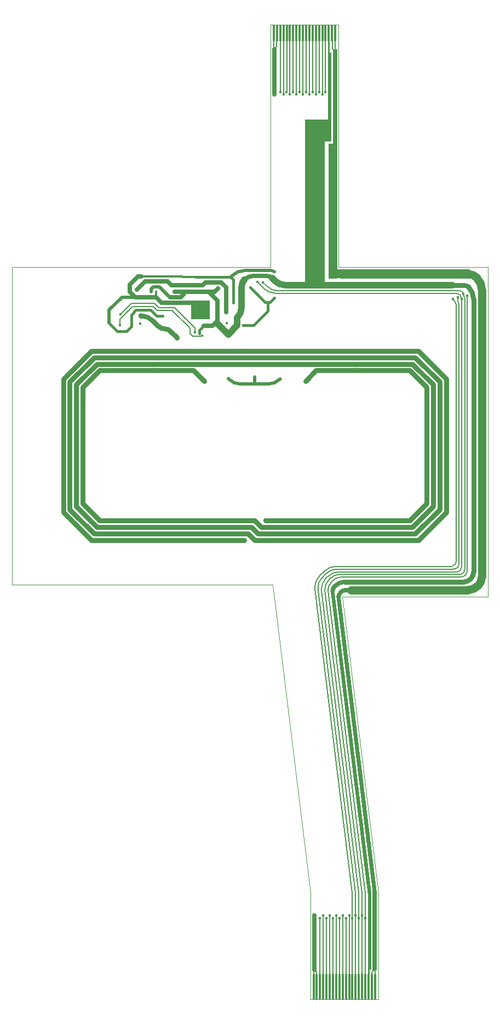
<source format=gbl>
G04*
G04 #@! TF.GenerationSoftware,Altium Limited,Altium Designer,19.0.12 (326)*
G04*
G04 Layer_Physical_Order=2*
G04 Layer_Color=16711680*
%FSLAX44Y44*%
%MOMM*%
G71*
G01*
G75*
%ADD17C,0.2032*%
%ADD18C,0.0127*%
%ADD19C,0.0130*%
%ADD28R,0.3000X2.6000*%
%ADD29R,0.3000X4.0000*%
%ADD43C,0.7620*%
%ADD45C,0.8000*%
%ADD47C,0.3810*%
%ADD48C,0.5080*%
%ADD49C,0.6350*%
%ADD50C,0.4064*%
%ADD53C,0.2540*%
%ADD55C,0.3048*%
%ADD57R,1.3176X20.8234*%
%ADD63C,0.4064*%
%ADD64C,0.7620*%
%ADD65C,0.5000*%
%ADD66C,1.0160*%
%ADD67C,0.7112*%
%ADD68C,1.2700*%
%ADD69C,0.8000*%
%ADD70R,2.9972X2.9972*%
%ADD71R,21.9064X1.4224*%
%ADD72R,0.5694X11.4852*%
%ADD73R,2.5654X3.4082*%
%ADD74R,0.5334X2.9464*%
%ADD75R,3.1634X26.1339*%
%ADD76R,0.6350X35.3820*%
G04:AMPARAMS|DCode=77|XSize=0.5577mm|YSize=47.0595mm|CornerRadius=0mm|HoleSize=0mm|Usage=FLASHONLY|Rotation=7.000|XOffset=0mm|YOffset=0mm|HoleType=Round|Shape=Rectangle|*
%AMROTATEDRECTD77*
4,1,4,2.5908,-23.3883,-3.1443,23.3204,-2.5908,23.3883,3.1443,-23.3204,2.5908,-23.3883,0.0*
%
%ADD77ROTATEDRECTD77*%

G04:AMPARAMS|DCode=78|XSize=0.6211mm|YSize=46.2133mm|CornerRadius=0mm|HoleSize=0mm|Usage=FLASHONLY|Rotation=7.000|XOffset=0mm|YOffset=0mm|HoleType=Round|Shape=Rectangle|*
%AMROTATEDRECTD78*
4,1,4,2.5078,-22.9723,-3.1242,22.8966,-2.5078,22.9723,3.1242,-22.8966,2.5078,-22.9723,0.0*
%
%ADD78ROTATEDRECTD78*%

%ADD79R,0.6350X12.1666*%
%ADD80R,0.5588X11.8920*%
D17*
X697506Y448294D02*
G03*
X699476Y443539I6725J0D01*
G01*
X697506Y448730D02*
G03*
X692980Y453256I-4526J0D01*
G01*
X695158Y441572D02*
G03*
X687284Y449446I-7874J0D01*
G01*
X393717Y460695D02*
G03*
X411677Y453256I17960J17960D01*
G01*
X389520Y456885D02*
G03*
X407481Y449446I17960J17960D01*
G01*
X475552Y13224D02*
G03*
X468112Y-4737I17960J-17960D01*
G01*
X500701Y27852D02*
G03*
X482741Y20412I0J-25400D01*
G01*
X479004Y10072D02*
G03*
X473459Y-3316I13388J-13388D01*
G01*
X503241Y23788D02*
G03*
X485281Y16349I0J-25400D01*
G01*
X485608Y9818D02*
G03*
X478429Y-7514I17332J-17332D01*
G01*
X505803Y19492D02*
G03*
X487843Y12053I0J-25400D01*
G01*
X506316Y15406D02*
G03*
X492212Y9564I0J-19946D01*
G01*
X490252Y7604D02*
G03*
X483528Y-8630I16234J-16234D01*
G01*
X508613Y11416D02*
G03*
X496784Y6516I0J-16729D01*
G01*
X493837Y3569D02*
G03*
X488402Y-9552I13120J-13120D01*
G01*
X679225Y27852D02*
G03*
X684744Y30138I0J7805D01*
G01*
D02*
G03*
X687030Y35657I-5519J5519D01*
G01*
X682571Y23788D02*
G03*
X689316Y26582I0J9539D01*
G01*
D02*
G03*
X690840Y30261I-3679J3679D01*
G01*
X688054Y19470D02*
G03*
X692898Y21477I0J6851D01*
G01*
D02*
G03*
X695158Y26934I-5457J5457D01*
G01*
X692898Y15406D02*
G03*
X697190Y17184I0J6071D01*
G01*
D02*
G03*
X699984Y23929I-6745J6745D01*
G01*
X692996Y11416D02*
G03*
X702016Y15152I0J12757D01*
G01*
D02*
G03*
X703814Y19492I-4340J4340D01*
G01*
X687030Y429934D02*
G03*
X683618Y438172I-11651J0D01*
G01*
X690840Y433831D02*
G03*
X689824Y436284I-3469J0D01*
G01*
X689316Y437510D02*
G03*
X689824Y436284I1734J0D01*
G01*
X699984Y442312D02*
G03*
X699476Y443539I-1734J0D01*
G01*
X218402Y429170D02*
X224496Y423076D01*
X186781Y429170D02*
X218402D01*
X166940Y409329D02*
X186781Y429170D01*
X220580Y433742D02*
X227182Y427140D01*
X184381Y433742D02*
X220580D01*
X167702Y417063D02*
X184381Y433742D01*
X224496Y423076D02*
X247610D01*
X227182Y427140D02*
X251674D01*
X697506Y448294D02*
Y448730D01*
X411677Y453256D02*
X692980D01*
X689316Y437510D02*
Y443650D01*
X407481Y449446D02*
X687284D01*
X681367Y440423D02*
X683618Y438172D01*
X379182Y467223D02*
X389520Y456885D01*
X409352Y829926D02*
Y851296D01*
X405704Y826278D02*
X409352Y829926D01*
X499804Y822390D02*
Y851296D01*
X495256Y826938D02*
X499804Y822390D01*
X495256Y826938D02*
Y851296D01*
X387992Y466420D02*
X393717Y460695D01*
X247610Y423076D02*
X275042Y395644D01*
Y387799D02*
Y395644D01*
Y387799D02*
X279814Y383027D01*
X283272Y389123D02*
Y395542D01*
X251674Y427140D02*
X283272Y395542D01*
X279814Y383027D02*
X293683D01*
X466304Y-620804D02*
Y-593478D01*
X293683Y383027D02*
X294362Y383706D01*
X695158Y440969D02*
Y441572D01*
Y26934D02*
Y440969D01*
X703814Y19492D02*
Y446190D01*
X468112Y-6678D02*
X526304Y-475920D01*
X468112Y-6678D02*
Y-4737D01*
X475552Y13224D02*
X482741Y20412D01*
X500701Y27852D02*
X679225D01*
X473459Y-9067D02*
X473479Y-9230D01*
X531354Y-475920D01*
X473459Y-9067D02*
Y-3316D01*
Y-9232D02*
Y-9067D01*
X479004Y10072D02*
X485281Y16349D01*
X503241Y23788D02*
X682571D01*
X478429Y-9232D02*
X536304Y-475920D01*
X478429Y-9232D02*
Y-7514D01*
X485608Y9818D02*
X487843Y12053D01*
X507749Y19470D02*
X688054D01*
X505803Y19492D02*
X507727D01*
X506316Y15406D02*
X692898D01*
X490252Y7604D02*
X492212Y9564D01*
X493837Y3569D02*
X496784Y6516D01*
X483418Y-8740D02*
X541354Y-475920D01*
X488468Y-9543D02*
X546304Y-475920D01*
X687030Y35657D02*
Y429934D01*
X690840Y30261D02*
Y433831D01*
X507727Y19492D02*
X507749Y19470D01*
X699984Y23929D02*
Y442312D01*
X508613Y11416D02*
X692996D01*
X464804Y760388D02*
Y851296D01*
X166940Y400299D02*
Y409329D01*
X424804Y760388D02*
Y851296D01*
X469804Y756254D02*
Y851296D01*
X404804Y794100D02*
Y851296D01*
X484804Y760388D02*
Y851296D01*
X479804Y756254D02*
Y851296D01*
X474804Y760330D02*
Y851296D01*
X454804Y760388D02*
Y851296D01*
X459804Y756254D02*
Y851296D01*
X439804Y756254D02*
Y851296D01*
X444804Y760388D02*
Y851296D01*
X449804Y756254D02*
Y851296D01*
X434804Y760388D02*
Y851296D01*
X414804Y760388D02*
Y851296D01*
X419804Y756254D02*
Y851296D01*
X429804Y756254D02*
Y851296D01*
X467204Y-594378D02*
X470852Y-598026D01*
X486304Y-620804D02*
Y-514992D01*
X536292Y-519310D02*
Y-475920D01*
Y-519310D02*
X536304Y-519322D01*
X556304Y-620804D02*
X556756Y-620352D01*
Y-598026D02*
X561304Y-593478D01*
X470852Y-620352D02*
Y-598026D01*
X556756Y-620352D02*
Y-598026D01*
X561304Y-620804D02*
Y-593478D01*
X491304Y-620804D02*
Y-510928D01*
X481304Y-620804D02*
Y-510928D01*
X476304Y-620804D02*
Y-514992D01*
X496304Y-620804D02*
Y-514992D01*
X511304Y-620804D02*
Y-510928D01*
X506304Y-620804D02*
Y-514992D01*
X501304Y-620804D02*
Y-510928D01*
X521304Y-620804D02*
Y-510928D01*
X516304Y-620804D02*
Y-514992D01*
X526304Y-620804D02*
Y-475920D01*
X531304Y-620804D02*
Y-475920D01*
X536304Y-620804D02*
Y-519322D01*
X541304Y-620804D02*
Y-475920D01*
X546304Y-620804D02*
Y-475920D01*
D18*
X510723Y-19142D02*
X566304Y-476337D01*
X0Y0D02*
X403392D01*
X403397Y0D02*
X461304Y-476337D01*
X735904Y-19138D02*
Y489996D01*
X4Y0D02*
Y489996D01*
X461304Y-640804D02*
X566304D01*
Y-476337D01*
X461304Y-640804D02*
Y-476337D01*
X399804Y864296D02*
X399804Y489996D01*
X504804Y864296D02*
X504804Y489996D01*
X4Y489996D02*
X399804Y489996D01*
X504804Y489996D02*
X735904Y489996D01*
X399804Y864296D02*
X504804D01*
D19*
X510723Y-19138D02*
X735904Y-19138D01*
D28*
X494804Y851296D02*
D03*
X474804D02*
D03*
X464804D02*
D03*
X469804D02*
D03*
X479804D02*
D03*
X484804D02*
D03*
X489804D02*
D03*
X499804D02*
D03*
X404804D02*
D03*
X414804D02*
D03*
X419804D02*
D03*
X424804D02*
D03*
X439804D02*
D03*
X444804D02*
D03*
X449804D02*
D03*
X459804D02*
D03*
X409804D02*
D03*
X454804D02*
D03*
X429804D02*
D03*
X434804D02*
D03*
D29*
X496304Y-620804D02*
D03*
X491304D02*
D03*
X516304D02*
D03*
X471304D02*
D03*
X521304D02*
D03*
X511304D02*
D03*
X506304D02*
D03*
X501304D02*
D03*
X486304D02*
D03*
X481304D02*
D03*
X476304D02*
D03*
X466304D02*
D03*
X561304D02*
D03*
X551304D02*
D03*
X546304D02*
D03*
X541304D02*
D03*
X531304D02*
D03*
X526304D02*
D03*
X536304D02*
D03*
X556304D02*
D03*
D43*
X698704Y3976D02*
G03*
X709128Y8294I0J14743D01*
G01*
D02*
G03*
X713502Y18854I-10560J10560D01*
G01*
X713502Y440869D02*
G03*
X706062Y458829I-25400J0D01*
G01*
X705882Y459010D02*
G03*
X699137Y461804I-6745J-6745D01*
G01*
X514190Y3976D02*
X698704D01*
X713502Y18854D02*
Y90082D01*
X713502Y440869D01*
X705882Y459010D02*
X706062Y458829D01*
X680680Y461804D02*
X699137D01*
D45*
X217237Y407397D02*
G03*
X199276Y414837I-17960J-17960D01*
G01*
X225470Y399164D02*
G03*
X236744Y394494I11274J11274D01*
G01*
X244950Y391096D02*
G03*
X236744Y394494I-8206J-8211D01*
G01*
X244953Y391094D02*
G03*
X244950Y391096I-8209J-8209D01*
G01*
X470445Y330402D02*
X530286D01*
X220406D02*
X263578D01*
Y330398D02*
X280385D01*
X297255Y313527D01*
X453574D02*
X470445Y330398D01*
X254897Y380991D02*
X254976Y380912D01*
X254897Y380991D02*
Y381150D01*
X244953Y391094D02*
X254897Y381150D01*
X198784Y414837D02*
X199276D01*
X244950Y391096D02*
X244953Y391094D01*
X217237Y407397D02*
X225470Y399164D01*
X79346Y111682D02*
X122626Y68402D01*
X89346Y116022D02*
X126966Y78402D01*
X109346Y124702D02*
X135646Y98402D01*
X99346Y120362D02*
X131306Y88402D01*
X99346Y308442D02*
X131306Y340402D01*
X109346Y304102D02*
X135646Y330402D01*
X79346Y317122D02*
X122626Y360402D01*
X89346Y312782D02*
X126966Y350402D01*
Y350402D02*
X623726D01*
X131306Y340402D02*
X619386D01*
X122626Y360402D02*
X628066Y360402D01*
X530286Y330402D02*
X615046D01*
X623726Y350402D02*
X661346Y312782D01*
X628066Y360402D02*
X671346Y317122D01*
X615046Y330402D02*
X641346Y304102D01*
X619386Y340402D02*
X651346Y308442D01*
X619386Y88402D02*
X651346Y120362D01*
X615046Y98402D02*
X641346Y124702D01*
X623726Y78402D02*
X661346Y116022D01*
X628066Y68402D02*
X671346Y111682D01*
X375346Y68402D02*
X628066Y68402D01*
X380266Y78402D02*
X623726Y78402D01*
X370266Y88402D02*
X380266Y78402D01*
X391856Y98402D02*
X615046Y98402D01*
X385346Y88402D02*
X619386Y88402D01*
X375346Y98402D02*
X385346Y88402D01*
X135646Y98402D02*
X375346D01*
X131306Y88402D02*
X370266D01*
X126966Y78402D02*
X365346D01*
X375346Y68402D01*
X122626Y68402D02*
X358836D01*
X99346Y120362D02*
X99346Y308442D01*
X109346Y124702D02*
X109346Y304102D01*
X79346Y317122D02*
X79346Y111682D01*
X89346Y116022D02*
X89346Y312782D01*
X651346Y120362D02*
Y308442D01*
X671346Y111682D02*
Y317122D01*
X641346Y124702D02*
X641346Y304102D01*
X661346Y116022D02*
Y312782D01*
X135646Y330402D02*
X220406D01*
D47*
X150074Y403489D02*
X162747Y390816D01*
X176744D01*
X184364Y398436D01*
Y416470D01*
X191476Y423582D01*
X214082D01*
X223451Y414213D01*
X232980D01*
X289558Y392107D02*
X296617Y399166D01*
X289558Y387599D02*
Y392107D01*
D48*
X359003Y484544D02*
G03*
X341043Y477104I0J-25400D01*
G01*
X405929Y482766D02*
G03*
X401637Y484544I-4293J-4293D01*
G01*
X396137Y309404D02*
G03*
X414098Y316843I0J25400D01*
G01*
X335426D02*
G03*
X353386Y309404I17960J17960D01*
G01*
X170031Y443539D02*
X190999D01*
X150074Y423582D02*
X170031Y443539D01*
X150074Y403489D02*
Y423582D01*
X338294Y474356D02*
X341043Y477104D01*
X359003Y484544D02*
X401637D01*
X215244Y456377D02*
X218451Y459584D01*
X215244Y452117D02*
Y456377D01*
X218451Y459584D02*
X222356D01*
X374920Y309404D02*
X396137D01*
X353386D02*
X374920D01*
Y320326D01*
X414098Y316843D02*
X414804Y317549D01*
X334603Y317666D02*
X335426Y316843D01*
X227786Y459584D02*
X243831Y443539D01*
X222356Y459584D02*
X227786D01*
X243831Y443539D02*
X244972D01*
D49*
X514190Y3976D02*
G03*
X500086Y-1866I0J-19946D01*
G01*
X498364Y-3588D02*
G03*
X495768Y-9856I6268J-6268D01*
G01*
X508145Y-12095D02*
G03*
X504912Y-19900I7805J-7805D01*
G01*
X514854Y-8978D02*
G03*
X508722Y-11518I0J-8672D01*
G01*
X280377Y434843D02*
X280862Y434357D01*
X231347Y434843D02*
X280377D01*
X222651Y443539D02*
X231347Y434843D01*
X182332Y452206D02*
X190999Y443539D01*
X222651D01*
X317126Y405975D02*
X317765D01*
X310316Y399166D02*
X317126Y405975D01*
X296617Y399166D02*
X310316D01*
X317765Y402604D02*
Y405975D01*
X323419Y466420D02*
X331317Y458522D01*
X299384Y466420D02*
X323419D01*
X295183Y462219D02*
X299384Y466420D01*
X331317Y420162D02*
Y458522D01*
X304524Y451679D02*
X313750D01*
X268715D02*
X304524D01*
X313750D02*
X318702Y456631D01*
X405704Y756254D02*
Y826278D01*
X195266Y475888D02*
X199957D01*
X182332Y462954D02*
X195266Y475888D01*
X182332Y452206D02*
Y462954D01*
X467204Y-594378D02*
Y-510928D01*
X498364Y-3588D02*
X500086Y-1866D01*
X508145Y-12095D02*
X508722Y-11518D01*
X514854Y-8978D02*
X522692Y-8724D01*
X206042Y467625D02*
X240898D01*
X246304Y462219D02*
X295183D01*
X240898Y467625D02*
X246304Y462219D01*
X193353Y454936D02*
X206042Y467625D01*
X248670Y443539D02*
X260575D01*
X244972D02*
X248670D01*
X304524Y451679D02*
X317860Y438343D01*
X260575Y443539D02*
X268715Y451679D01*
X317860Y406071D02*
Y438343D01*
X251566Y451679D02*
X268715D01*
X317765Y405975D02*
X317860Y406071D01*
D50*
X373423Y400045D02*
X395159Y421781D01*
Y435933D01*
X357694Y400045D02*
X373423D01*
X398957Y435933D02*
X405659Y442634D01*
X395159Y435933D02*
X398957D01*
X391127D02*
X395159D01*
X368824Y458235D02*
X391127Y435933D01*
X283661Y474356D02*
X338294D01*
X342454Y470196D01*
Y434843D02*
Y470196D01*
D53*
X489804Y792856D02*
Y851296D01*
X489778Y792830D02*
X489804Y792856D01*
X551278Y-592208D02*
X551304Y-592234D01*
Y-620804D02*
Y-592234D01*
D55*
X199957Y475888D02*
X221611D01*
X264148Y474356D02*
X283661D01*
X262616Y475888D02*
X264148Y474356D01*
X221611Y475888D02*
X262616D01*
X222651Y443539D02*
Y451377D01*
D57*
X495890Y576469D02*
D03*
D63*
X681367Y440931D02*
D03*
X379182Y467223D02*
D03*
X254976Y380912D02*
D03*
X405929Y482766D02*
D03*
X405659Y442634D02*
D03*
X387992Y466420D02*
D03*
X491304Y752260D02*
D03*
Y760134D02*
D03*
Y768516D02*
D03*
X685760Y478194D02*
D03*
X707096Y477432D02*
D03*
X294362Y383706D02*
D03*
X697506Y448730D02*
D03*
X689316Y443650D02*
D03*
X695158Y440969D02*
D03*
X703814Y446190D02*
D03*
X337018Y474157D02*
D03*
X464804Y760318D02*
D03*
X374920Y320326D02*
D03*
X453574Y313527D02*
D03*
X297255D02*
D03*
X283661Y474356D02*
D03*
X215244Y452117D02*
D03*
X222356Y459584D02*
D03*
X318702Y456631D02*
D03*
X251566Y451679D02*
D03*
X232980Y414213D02*
D03*
X221611Y475888D02*
D03*
X248670Y443539D02*
D03*
X357694Y400045D02*
D03*
X342454Y434843D02*
D03*
X368824Y458235D02*
D03*
X395159Y435933D02*
D03*
X289558Y387599D02*
D03*
X167702Y417063D02*
D03*
X166940Y400299D02*
D03*
X283272Y389123D02*
D03*
X414804Y317549D02*
D03*
X334603Y317666D02*
D03*
X198784Y414837D02*
D03*
X198436Y402899D02*
D03*
X414804Y760318D02*
D03*
X419804Y756254D02*
D03*
X424754Y760318D02*
D03*
X429804Y756254D02*
D03*
X434804Y760318D02*
D03*
X439804Y756254D02*
D03*
X444804Y760318D02*
D03*
X449804Y756254D02*
D03*
X454804Y760318D02*
D03*
X459804Y756254D02*
D03*
X469712D02*
D03*
X474792Y760330D02*
D03*
X479804Y756254D02*
D03*
X484804Y760318D02*
D03*
X499480D02*
D03*
X405450Y756254D02*
D03*
X466950Y-510928D02*
D03*
X560980Y-514992D02*
D03*
X552852Y-510928D02*
D03*
X546304Y-514992D02*
D03*
X541304Y-510928D02*
D03*
X536292Y-515004D02*
D03*
X531212Y-510928D02*
D03*
X526304Y-514992D02*
D03*
X521304Y-510928D02*
D03*
X516304Y-514992D02*
D03*
X511304Y-510928D02*
D03*
X506304Y-514992D02*
D03*
X501304Y-510928D02*
D03*
X496304Y-514992D02*
D03*
X491304Y-510928D02*
D03*
X486254Y-514992D02*
D03*
X481304Y-510928D02*
D03*
X476304Y-514992D02*
D03*
X193353Y454936D02*
D03*
X331317Y420162D02*
D03*
X334312Y386057D02*
D03*
X332125Y403837D02*
D03*
X222651Y443539D02*
D03*
Y451377D02*
D03*
D64*
X391856Y98402D02*
D03*
X358836Y68402D02*
D03*
D65*
X302862Y412357D02*
D03*
X291862D02*
D03*
X280862D02*
D03*
X302862Y423357D02*
D03*
X291862D02*
D03*
X280862D02*
D03*
Y434357D02*
D03*
X302862D02*
D03*
X291862D02*
D03*
D66*
X348194Y411646D02*
G03*
X355052Y428203I-16557J16557D01*
G01*
X359624Y470828D02*
G03*
X355052Y459790I11038J-11038D01*
G01*
X405659Y469244D02*
G03*
X423619Y461804I17960J17960D01*
G01*
X500700Y481704D02*
G03*
X508672Y478402I7972J7972D01*
G01*
X348194Y399939D02*
Y411646D01*
X334312Y386057D02*
X348194Y399939D01*
X317765Y402604D02*
X334312Y386057D01*
X402042Y472860D02*
X405659Y469244D01*
X355052Y428203D02*
Y459790D01*
X490434Y461804D02*
X680680Y461804D01*
X423619Y461804D02*
X490434D01*
D67*
X373115Y476416D02*
G03*
X359624Y470828I0J-19079D01*
G01*
X402042Y472860D02*
G03*
X393457Y476416I-8585J-8585D01*
G01*
X373115D02*
X393457D01*
D68*
X704265Y-8720D02*
G03*
X720812Y-1866I0J23401D01*
G01*
D02*
G03*
X726538Y11958I-13824J13824D01*
G01*
X726538Y454757D02*
G03*
X719099Y472718I-25400J0D01*
G01*
X717312Y474504D02*
G03*
X707288Y478656I-10024J-10024D01*
G01*
X524017Y-8720D02*
X704265D01*
X523962Y-8775D02*
X524017Y-8720D01*
X726538Y11958D02*
Y90082D01*
X726538Y454757D01*
X717312Y474504D02*
X719099Y472718D01*
X508672Y478656D02*
X707288D01*
D69*
X220406Y330402D02*
D03*
X530286D02*
D03*
D70*
X291552Y424090D02*
D03*
D71*
X598834Y479464D02*
D03*
D72*
X491249Y763666D02*
D03*
D73*
X481301Y700929D02*
D03*
D74*
X491461Y698620D02*
D03*
D75*
X468405Y587301D02*
D03*
D76*
X499303Y649262D02*
D03*
D77*
X524152Y-243435D02*
D03*
D78*
X532804Y-246198D02*
D03*
D79*
X560803Y-534931D02*
D03*
D80*
X552802Y-535796D02*
D03*
M02*

</source>
